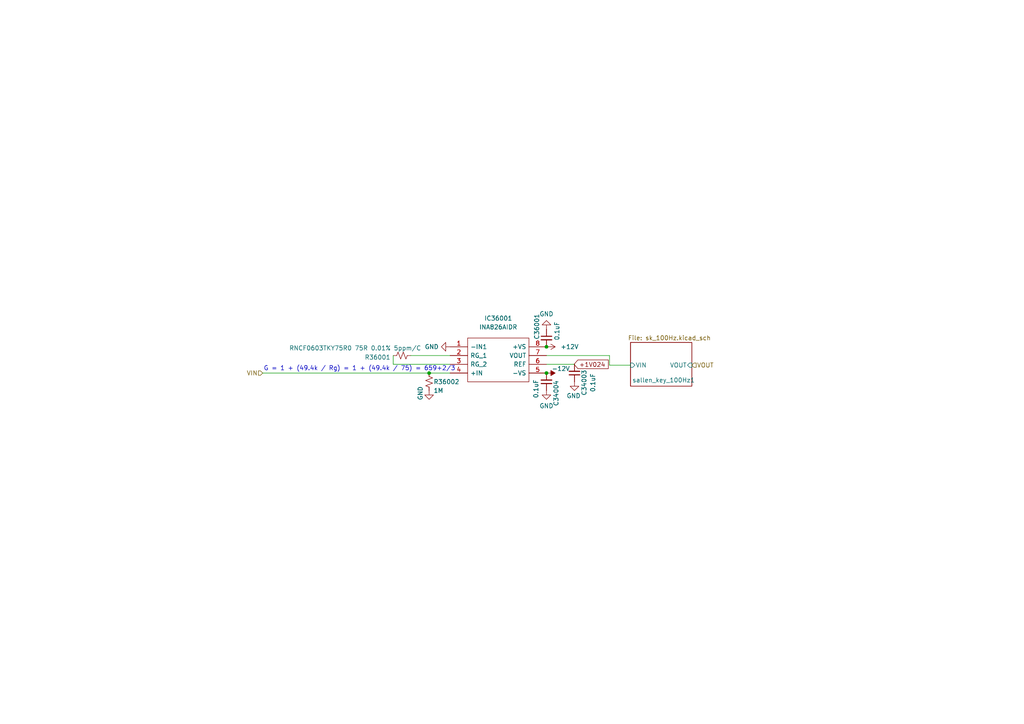
<source format=kicad_sch>
(kicad_sch (version 20231120) (generator "eeschema") (generator_version "8.0")
  (paper "A4")
  (lib_symbols
    (symbol "Device:C_Small" (pin_numbers hide) (pin_names (offset 0.254) hide)
      (property "Reference" "C" (at 0.254 1.778 0))
      (property "Value" "C_Small" (at 0.254 -2.032 0))
      (symbol "C_Small_0_1"
        (polyline (pts (xy -1.524 -0.508) (xy 1.524 -0.508)) (stroke (width 0.3302)))
        (polyline (pts (xy -1.524 0.508) (xy 1.524 0.508)) (stroke (width 0.3048)))
      )
      (symbol "C_Small_1_1"
        (pin passive line (at 0 2.54 270) (length 2.032) (name "~") (number "1"))
        (pin passive line (at 0 -2.54 90) (length 2.032) (name "~") (number "2"))
      )
    )
    (symbol "Device:R_Small_US" (pin_numbers hide) (pin_names (offset 0.254) hide)
      (property "Reference" "R" (at 0.762 0.508 0))
      (property "Value" "R_Small_US" (at 0.762 -1.016 0))
      (symbol "R_Small_US_1_1"
        (polyline (pts (xy 0 0) (xy 1.016 -0.381) (xy 0 -0.762) (xy -1.016 -1.143) (xy 0 -1.524)))
        (polyline (pts (xy 0 1.524) (xy 1.016 1.143) (xy 0 0.762) (xy -1.016 0.381) (xy 0 0)))
        (pin passive line (at 0 2.54 270) (length 1.016) (name "~") (number "1"))
        (pin passive line (at 0 -2.54 90) (length 1.016) (name "~") (number "2"))
      )
    )
    (symbol "aaa:INA826AIDR" (pin_names (offset 0.762))
      (property "Reference" "IC" (at 24.13 7.62 0))
      (property "Value" "INA826AIDR" (at 24.13 5.08 0))
      (symbol "INA826AIDR_0_0"
        (pin passive line (at 0 0 0) (length 5.08) (name "-IN1") (number "1"))
        (pin passive line (at 0 -2.54 0) (length 5.08) (name "RG_1") (number "2"))
        (pin passive line (at 0 -5.08 0) (length 5.08) (name "RG_2") (number "3"))
        (pin passive line (at 0 -7.62 0) (length 5.08) (name "+IN") (number "4"))
        (pin passive line (at 27.94 -7.62 180) (length 5.08) (name "-VS") (number "5"))
        (pin passive line (at 27.94 -5.08 180) (length 5.08) (name "REF") (number "6"))
        (pin passive line (at 27.94 -2.54 180) (length 5.08) (name "VOUT") (number "7"))
        (pin passive line (at 27.94 0 180) (length 5.08) (name "+VS") (number "8"))
      )
      (symbol "INA826AIDR_0_1"
        (polyline (pts (xy 5.08 2.54) (xy 22.86 2.54) (xy 22.86 -10.16) (xy 5.08 -10.16) (xy 5.08 2.54)) (stroke (width 0.1524)))
      )
    )
    (symbol "power:+12V" (power) (pin_numbers hide) (pin_names (offset 0) hide)
      (property "Value" "+12V" (at 0 3.556 0))
      (symbol "+12V_0_1"
        (polyline (pts (xy -0.762 1.27) (xy 0 2.54)))
        (polyline (pts (xy 0 0) (xy 0 2.54)))
        (polyline (pts (xy 0 2.54) (xy 0.762 1.27)))
      )
      (symbol "+12V_1_1"
        (pin power_in line (at 0 0 90) (length 0) (name "~") (number "1"))
      )
    )
    (symbol "power:-12V" (power) (pin_numbers hide) (pin_names (offset 0) hide)
      (property "Value" "-12V" (at 0 3.556 0))
      (symbol "-12V_0_0"
        (pin power_in line (at 0 0 90) (length 0) (name "~") (number "1"))
      )
      (symbol "-12V_0_1"
        (polyline (pts (xy 0 0) (xy 0 1.27) (xy 0.762 1.27) (xy 0 2.54) (xy -0.762 1.27) (xy 0 1.27)) (fill (type outline)))
      )
    )
    (symbol "power:GND" (power) (pin_names (offset 0))
      (property "Value" "GND" (at 0 -3.81 0))
      (symbol "GND_0_1"
        (polyline (pts (xy 0 0) (xy 0 -1.27) (xy 1.27 -1.27) (xy 0 -2.54) (xy -1.27 -1.27) (xy 0 -1.27)))
      )
      (symbol "GND_1_1"
        (pin power_in line (at 0 0 270) (length 0) hide (name "GND") (number "1"))
      )
    )
  )
  (junction (at 158.496 100.584))
  (junction (at 124.46 108.204))
  (junction (at 158.496 108.204))
  (wire (pts (xy 124.46 108.204) (xy 130.556 108.204)))
  (wire (pts (xy 114.046 105.664) (xy 130.556 105.664)))
  (wire (pts (xy 176.784 105.918) (xy 176.784 103.124)))
  (wire (pts (xy 176.784 105.918) (xy 182.88 105.918)))
  (wire (pts (xy 114.046 103.124) (xy 114.046 105.664)))
  (wire (pts (xy 158.496 103.124) (xy 176.784 103.124)))
  (wire (pts (xy 158.496 105.664) (xy 166.624 105.664)))
  (wire (pts (xy 119.126 103.124) (xy 130.556 103.124)))
  (wire (pts (xy 124.46 108.204) (xy 76.2 108.204)))
  (text "G = 1 + (49.4k / Rg) = 1 + (49.4k / 75) = 659+2/3" (at 76.454 107.696 0) (effects (font (size 1.27 1.27)) (justify left bottom)))
  (global_label "+1V024" (shape input) (at 166.497 105.664 0) (property "Intersheetrefs" "${INTERSHEET_REFS}" (effects (hide yes))))
  (hierarchical_label "VOUT" (shape input) (at 200.66 105.918 0))
  (hierarchical_label "VIN" (shape input) (at 76.2 108.204 180))
  (symbol (lib_id "power:GND") (at 158.496 113.284 0) (unit 1)
    (property "Reference" "#PWR34009" (effects (hide yes)))
    (property "Value" "GND" (at 158.496 117.729 0))
  )
  (symbol (lib_id "Device:C_Small") (at 158.496 110.744 180) (unit 1)
    (property "Reference" "C34004" (at 161.29 114.046 90))
    (property "Value" "0.1uF" (at 155.448 112.776 90))
    (property "Footprint" "Capacitor_SMD:C_0402_1005Metric" (effects (hide yes)))
  )
  (symbol (lib_id "power:+12V") (at 158.496 100.584 270) (unit 1)
    (property "Reference" "#PWR34007" (effects (hide yes)))
    (property "Value" "+12V" (at 162.56 100.5839 90) (effects (justify left)))
    (property "Description" "Power symbol creates a global label with name \"+12V\"" (effects (hide yes)))
  )
  (symbol (lib_id "power:-12V") (at 158.496 108.204 270) (unit 1)
    (property "Reference" "#PWR34008" (effects (hide yes)))
    (property "Value" "-12V" (at 160.02 106.934 90) (effects (justify left)))
    (property "Description" "Power symbol creates a global label with name \"-12V\"" (effects (hide yes)))
  )
  (symbol (lib_id "power:GND") (at 166.624 110.744 0) (unit 1)
    (property "Reference" "#PWR34006" (effects (hide yes)))
    (property "Value" "GND" (at 168.402 114.808 0) (effects (justify right)))
  )
  (symbol (lib_id "aaa:INA826AIDR") (at 130.556 100.584 0) (unit 1)
    (property "Reference" "IC36001" (at 144.526 92.329 0))
    (property "Value" "INA826AIDR" (at 144.526 94.869 0))
    (property "Footprint" "aaa:SOIC127P600X175-8N" (effects (hide yes)))
    (property "Datasheet" "http://www.ti.com/lit/gpn/ina826" (effects (hide yes)))
    (property "Description" "Precision, 200-uA Supply Current, 36-V Supply Instrumentation Amplifier" (effects (hide yes)))
    (property "Height" "1.75" (effects (hide yes)))
    (property "Manufacturer_Name" "Texas Instruments" (effects (hide yes)))
    (property "Manufacturer_Part_Number" "INA826AIDR" (effects (hide yes)))
    (property "Mouser Part Number" "595-INA826AIDR" (effects (hide yes)))
    (property "Mouser Price/Stock" "https://www.mouser.co.uk/ProductDetail/Texas-Instruments/INA826AIDR?qs=RqytGdBYyUFuQNJtlkA6aQ%3D%3D" (effects (hide yes)))
    (property "Arrow Part Number" "INA826AIDR" (effects (hide yes)))
    (property "Arrow Price/Stock" "https://www.arrow.com/en/products/ina826aidr/texas-instruments?region=nac" (effects (hide yes)))
    (property "LCSC" "C38433" (effects (hide yes)))
  )
  (symbol (lib_id "Device:R_Small_US") (at 116.586 103.124 270) (unit 1)
    (property "Reference" "R36001" (at 113.284 103.632 90) (effects (justify right)))
    (property "Value" "RNCF0603TKY75R0 75R 0.01% 5ppm/C" (at 122.174 100.965 90) (effects (justify right)))
    (property "Footprint" "Resistor_SMD:R_0603_1608Metric" (effects (hide yes)))
    (property "LCSC" "C2482496" (effects (hide yes)))
  )
  (symbol (lib_id "Device:R_Small_US") (at 124.46 110.744 0) (unit 1)
    (property "Reference" "R36002" (at 125.73 110.744 0) (effects (justify left)))
    (property "Value" "1M" (at 125.73 113.284 0) (effects (justify left)))
    (property "Footprint" "Resistor_SMD:R_0402_1005Metric" (effects (hide yes)))
  )
  (symbol (lib_id "power:GND") (at 124.46 113.284 0) (unit 1)
    (property "Reference" "#PWR210" (effects (hide yes)))
    (property "Value" "GND" (at 121.92 112.014 90) (effects (justify right)))
  )
  (symbol (lib_id "power:GND") (at 130.556 100.584 270) (unit 1)
    (property "Reference" "#PWR211" (effects (hide yes)))
    (property "Value" "GND" (at 127.254 100.5839 90) (effects (justify right)))
  )
  (symbol (lib_id "Device:C_Small") (at 158.496 98.044 0) (unit 1)
    (property "Reference" "C36001" (at 155.702 94.742 90))
    (property "Value" "0.1uF" (at 161.544 96.012 90))
    (property "Footprint" "Capacitor_SMD:C_0402_1005Metric" (effects (hide yes)))
  )
  (symbol (lib_id "power:GND") (at 158.496 95.504 180) (unit 1)
    (property "Reference" "#PWR213" (effects (hide yes)))
    (property "Value" "GND" (at 158.496 91.059 0))
  )
  (symbol (lib_id "Device:C_Small") (at 166.624 108.204 180) (unit 1)
    (property "Reference" "C34003" (at 169.418 110.998 90))
    (property "Value" "0.1uF" (at 171.958 110.998 90))
    (property "Footprint" "Capacitor_SMD:C_0402_1005Metric" (effects (hide yes)))
  )
  (sheet (at 182.88 99.314) (size 17.78 12.7) (stroke (width 0.1524))
    (property "Sheetname" "sallen_key_100Hz1" (at 183.388 110.998 0) (effects (justify left bottom)))
    (property "Sheetfile" "sk_100Hz.kicad_sch" (at 182.118 97.282 0) (effects (justify left top)))
    (pin "VIN" input (at 182.88 105.918 180))
    (pin "VOUT" input (at 200.66 105.918 0))
  )
)
</source>
